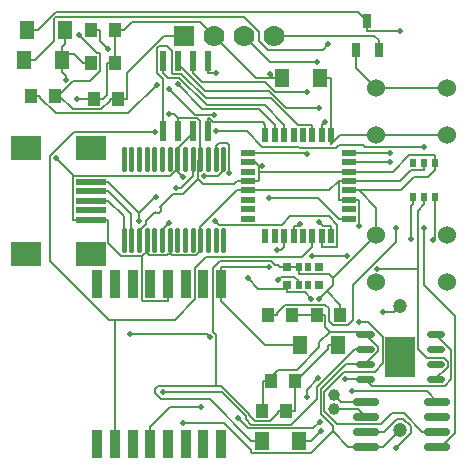
<source format=gtl>
G04 ---------------------------- Layer name :TOP LAYER*
G04 easyEDA 0.1*
G04 Scale: 100 percent, Rotated: No, Reflected: No *
G04 Dimensions in inches *
G04 leading zeros omitted , absolute positions ,2 integer and 4 * 
%FSLAX24Y24*%
%MOIN*%
G90*
G70D02*

%ADD11C,0.005980*%
%ADD12C,0.027559*%
%ADD13C,0.023622*%
%ADD14C,0.015748*%
%ADD15C,0.020079*%
%ADD16R,0.039370X0.049212*%
%ADD17R,0.029528X0.031496*%
%ADD18R,0.022835X0.031496*%
%ADD19R,0.098425X0.137790*%
%ADD20R,0.098400X0.019700*%
%ADD21R,0.098400X0.078700*%
%ADD22R,0.050000X0.022000*%
%ADD23R,0.022000X0.050000*%
%ADD24R,0.020100X0.031500*%
%ADD25R,0.020000X0.067000*%
%ADD26R,0.035433X0.094500*%
%ADD27R,0.051181X0.062992*%
%ADD28R,0.027559X0.049213*%
%ADD29C,0.039370*%
%ADD31C,0.047240*%
%ADD33C,0.060000*%
%ADD35R,0.070000X0.070000*%
%ADD36C,0.070000*%

%LPD*%
G54D11*
G01X9238Y20469D02*
G01X9238Y20346D01*
G01X9238Y20592D02*
G01X9238Y20469D01*
G01X9130Y21869D02*
G01X9023Y21763D01*
G01X8894Y21763D01*
G01X9130Y22209D02*
G01X9130Y21869D01*
G01X9635Y15400D02*
G01X10023Y15400D01*
G01X10355Y15730D01*
G01X10253Y17482D02*
G01X9873Y17101D01*
G01X9873Y16848D01*
G01X9238Y20346D02*
G01X9817Y20346D01*
G01X10025Y20138D01*
G01X8800Y28900D02*
G01X12118Y28900D01*
G01X12273Y28744D01*
G01X12273Y28407D02*
G01X12273Y28744D01*
G01X7800Y28900D02*
G01X8661Y28038D01*
G01X10226Y28038D01*
G01X9440Y22209D02*
G01X9440Y22550D01*
G01X9669Y22621D02*
G01X9598Y22550D01*
G01X9440Y22550D01*
G01X8926Y20740D02*
G01X9036Y20850D01*
G01X9469Y20850D01*
G01X9611Y20707D01*
G01X9611Y20592D01*
G01X6800Y28900D02*
G01X8200Y27500D01*
G01X8723Y27500D01*
G01X6332Y22084D02*
G01X6332Y22519D01*
G01X7553Y23740D01*
G01X7569Y23740D01*
G01X10746Y15723D02*
G01X10017Y14994D01*
G01X8040Y14994D01*
G01X8023Y15011D01*
G01X8023Y15082D01*
G01X7126Y15978D01*
G01X5769Y15978D01*
G01X11830Y17950D02*
G01X11186Y17950D01*
G01X10343Y17107D01*
G01X10343Y16280D01*
G01X10746Y15878D01*
G01X10746Y15723D01*
G01X11850Y15200D02*
G01X11268Y15200D01*
G01X10746Y15723D01*
G01X4540Y21650D02*
G01X4613Y21578D01*
G01X5236Y21578D01*
G01X5309Y21650D01*
G01X4384Y21551D02*
G01X4482Y21650D01*
G01X4540Y21650D01*
G01X4540Y21650D02*
G01X4540Y22084D01*
G01X3261Y22769D02*
G01X3261Y21984D01*
G01X3696Y21551D01*
G01X4384Y21551D01*
G01X5257Y20052D02*
G01X4417Y20052D01*
G01X4384Y20084D01*
G01X4384Y21551D01*
G01X11630Y23430D02*
G01X11630Y22544D01*
G01X11289Y23430D02*
G01X11630Y23430D01*
G01X11119Y23430D02*
G01X11289Y23430D01*
G01X11830Y18950D02*
G01X11742Y19038D01*
G01X10644Y19038D01*
G01X10644Y19038D02*
G01X10300Y18692D01*
G01X10300Y18523D01*
G01X9544Y17767D01*
G01X8930Y17767D01*
G01X8563Y17400D01*
G01X11830Y17950D02*
G01X12256Y18377D01*
G01X12256Y18523D01*
G01X11830Y18950D01*
G01X10950Y24059D02*
G01X10950Y23430D01*
G01X5309Y21650D02*
G01X5380Y21578D01*
G01X6196Y21578D01*
G01X6332Y21713D01*
G01X6332Y22084D01*
G01X5538Y24419D02*
G01X5565Y24446D01*
G01X5565Y24800D01*
G01X2115Y24217D02*
G01X5336Y24217D01*
G01X5538Y24419D01*
G01X5538Y24419D02*
G01X5765Y24192D01*
G01X7909Y23740D02*
G01X10630Y23740D01*
G01X10950Y24059D01*
G01X7740Y23740D02*
G01X7909Y23740D01*
G01X3494Y29100D02*
G01X3494Y28000D01*
G01X2807Y26800D02*
G01X2226Y26800D01*
G01X11289Y24059D02*
G01X13000Y24059D01*
G01X13361Y24421D01*
G01X13801Y24421D01*
G01X3207Y28000D02*
G01X3207Y26913D01*
G01X3092Y26800D01*
G01X7740Y23740D02*
G01X7569Y23740D01*
G01X10644Y19038D02*
G01X10493Y19190D01*
G01X10493Y19600D01*
G01X5309Y22084D02*
G01X5309Y21650D01*
G01X11119Y23430D02*
G01X10950Y23430D01*
G01X2950Y26800D02*
G01X2807Y26800D01*
G01X2950Y26800D02*
G01X3092Y26800D01*
G01X2115Y24217D02*
G01X1523Y24809D01*
G01X9069Y27500D02*
G01X8723Y27500D01*
G01X2098Y22769D02*
G01X2098Y24201D01*
G01X2115Y24217D01*
G01X8407Y16400D02*
G01X8407Y17386D01*
G01X8419Y17400D01*
G01X9394Y19600D02*
G01X10206Y19600D01*
G01X8723Y27500D02*
G01X8723Y27542D01*
G01X8651Y27615D01*
G01X13001Y15767D02*
G01X12434Y15200D01*
G01X11850Y15200D01*
G01X3494Y28000D02*
G01X3207Y28000D01*
G01X3780Y29100D02*
G01X4050Y29369D01*
G01X6330Y29369D01*
G01X6800Y28900D01*
G01X2680Y22769D02*
G01X2098Y22769D01*
G01X2971Y22769D02*
G01X2680Y22769D01*
G01X2971Y22769D02*
G01X3261Y22769D01*
G01X8563Y17400D02*
G01X8419Y17400D01*
G01X8707Y17400D02*
G01X8563Y17400D01*
G01X6100Y25719D02*
G01X6100Y25653D01*
G01X5565Y25117D01*
G01X5565Y24800D01*
G01X5257Y20613D02*
G01X5257Y20052D01*
G01X10206Y19600D02*
G01X10493Y19600D01*
G01X3494Y29100D02*
G01X3780Y29100D01*
G01X11289Y24059D02*
G01X10950Y24059D01*
G01X13801Y24669D02*
G01X13801Y24421D01*
G01X6846Y17211D02*
G01X6846Y18932D01*
G01X6761Y19015D01*
G01X6761Y21159D01*
G01X6994Y21392D01*
G01X8694Y21392D01*
G01X8823Y21263D01*
G01X8823Y21263D01*
G01X8936Y21263D01*
G01X9000Y21198D01*
G01X6846Y17211D02*
G01X7028Y17211D01*
G01X7959Y16280D01*
G01X7959Y16265D01*
G01X8161Y16063D01*
G01X8642Y16063D01*
G01X8907Y16328D01*
G01X8907Y16400D01*
G01X8030Y15400D02*
G01X6644Y16784D01*
G01X5032Y16784D01*
G01X4828Y16988D01*
G01X4828Y17115D01*
G01X4925Y17211D01*
G01X6846Y17211D01*
G01X5600Y26144D02*
G01X5469Y26275D01*
G01X5290Y26275D01*
G01X6257Y24134D02*
G01X5746Y23623D01*
G01X5407Y23623D01*
G01X4984Y23200D01*
G01X5019Y23165D01*
G01X5019Y23065D01*
G01X4950Y22996D01*
G01X4851Y22996D01*
G01X4815Y23030D01*
G01X4521Y22736D01*
G01X4521Y22638D01*
G01X4284Y22402D01*
G01X4284Y22084D01*
G01X10544Y20384D02*
G01X10297Y20138D01*
G01X10759Y20809D02*
G01X10759Y20598D01*
G01X10544Y20384D01*
G01X10544Y20384D02*
G01X10993Y19936D01*
G01X9238Y21198D02*
G01X9000Y21198D01*
G01X9611Y21198D02*
G01X9238Y21198D01*
G01X10759Y20809D02*
G01X12200Y22250D01*
G01X9611Y20952D02*
G01X10615Y20952D01*
G01X10759Y20809D01*
G01X6257Y24134D02*
G01X6430Y23961D01*
G01X7471Y23961D01*
G01X7569Y24059D01*
G01X6332Y24800D02*
G01X6257Y24725D01*
G01X6257Y24134D01*
G01X10930Y18600D02*
G01X10584Y18600D01*
G01X9494Y17359D02*
G01X10584Y18448D01*
G01X10584Y18600D01*
G01X9494Y17359D02*
G01X9494Y17319D01*
G01X9494Y17400D02*
G01X9494Y17359D01*
G01X2298Y28913D02*
G01X2875Y28336D01*
G01X2980Y28336D01*
G01X2998Y28317D01*
G01X2998Y27719D01*
G01X2661Y27382D01*
G01X2084Y27382D01*
G01X1601Y26900D01*
G01X1565Y26900D01*
G01X8292Y24546D02*
G01X8400Y24546D01*
G01X10993Y19600D02*
G01X10993Y19936D01*
G01X14171Y24917D02*
G01X13293Y24917D01*
G01X12746Y24369D01*
G01X11289Y24369D01*
G01X11630Y23740D02*
G01X12200Y23169D01*
G01X12200Y22250D01*
G01X11630Y23740D02*
G01X13023Y23740D01*
G01X13464Y24178D01*
G01X13927Y24178D01*
G01X14171Y24421D01*
G01X14561Y27150D02*
G01X12200Y27150D01*
G01X6332Y24800D02*
G01X6332Y26048D01*
G01X6236Y26144D01*
G01X5600Y26144D01*
G01X3880Y26800D02*
G01X3880Y27665D01*
G01X5115Y28900D01*
G01X5800Y28900D01*
G01X8292Y24546D02*
G01X8150Y24690D01*
G01X8292Y24369D02*
G01X8292Y24546D01*
G01X8292Y24369D02*
G01X8292Y24103D01*
G01X8250Y24059D01*
G01X10950Y24369D02*
G01X8292Y24369D01*
G01X1565Y26900D02*
G01X1636Y26900D01*
G01X1494Y26900D02*
G01X1565Y26900D01*
G01X3307Y26800D02*
G01X3307Y26728D01*
G01X3028Y26448D01*
G01X2088Y26448D01*
G01X1636Y26900D01*
G01X9480Y16400D02*
G01X9480Y17051D01*
G01X9494Y17063D01*
G01X9194Y16400D02*
G01X8907Y16400D01*
G01X8376Y15400D02*
G01X8030Y15400D01*
G01X12200Y27150D02*
G01X11526Y27823D01*
G01X11526Y28071D01*
G01X3594Y26800D02*
G01X3880Y26800D01*
G01X9494Y17232D02*
G01X9494Y17063D01*
G01X9494Y17232D02*
G01X9494Y17319D01*
G01X14171Y24669D02*
G01X14171Y24917D01*
G01X14171Y24546D02*
G01X14171Y24669D01*
G01X11526Y28407D02*
G01X11526Y28071D01*
G01X8050Y24690D02*
G01X8150Y24690D01*
G01X7909Y24059D02*
G01X7569Y24059D01*
G01X3451Y26800D02*
G01X3594Y26800D01*
G01X3451Y26800D02*
G01X3307Y26800D01*
G01X8050Y24690D02*
G01X7909Y24690D01*
G01X9194Y16400D02*
G01X9480Y16400D01*
G01X7909Y24059D02*
G01X8250Y24059D01*
G01X14171Y24546D02*
G01X14171Y24421D01*
G01X5600Y25719D02*
G01X5600Y26144D01*
G01X11289Y24369D02*
G01X10950Y24369D01*
G01X11430Y23740D02*
G01X11289Y23740D01*
G01X11430Y23740D02*
G01X11630Y23740D01*
G01X9611Y21198D02*
G01X9611Y20952D01*
G01X11850Y16700D02*
G01X11035Y16700D01*
G01X10800Y16936D01*
G01X10800Y16463D02*
G01X11585Y16463D01*
G01X11850Y16200D01*
G01X12418Y19688D02*
G01X12788Y19688D01*
G01X13000Y19900D01*
G01X11850Y15700D02*
G01X12463Y15700D01*
G01X12889Y16126D01*
G01X13102Y16126D01*
G01X13347Y15882D01*
G01X13347Y15640D01*
G01X12852Y15144D01*
G01X14230Y16700D02*
G01X13885Y17042D01*
G01X11389Y17042D01*
G01X1730Y28100D02*
G01X1730Y27694D01*
G01X1859Y27427D02*
G01X1859Y27565D01*
G01X1730Y27694D01*
G01X2563Y28000D02*
G01X2419Y28000D01*
G01X1730Y28302D02*
G01X2117Y28302D01*
G01X2419Y28000D01*
G01X1730Y28127D02*
G01X1730Y28100D01*
G01X1730Y28127D02*
G01X1730Y28155D01*
G01X2563Y28000D02*
G01X2705Y28000D01*
G01X1730Y28201D02*
G01X1730Y28302D01*
G01X1730Y28201D02*
G01X1730Y28155D01*
G01X1730Y28302D02*
G01X1730Y28505D01*
G01X1830Y29100D02*
G01X1830Y28605D01*
G01X1730Y28505D01*
G01X469Y28100D02*
G01X815Y28100D01*
G01X815Y28100D02*
G01X1444Y28728D01*
G01X1444Y29459D01*
G01X1503Y29517D01*
G01X7805Y29517D01*
G01X8300Y29023D01*
G01X8300Y28715D01*
G01X8580Y28436D01*
G01X10430Y28436D01*
G01X10600Y28605D01*
G01X14230Y15700D02*
G01X13739Y15700D01*
G01X13131Y16307D01*
G01X12728Y16307D01*
G01X12372Y15950D01*
G01X10902Y15950D01*
G01X10463Y16388D01*
G01X10463Y17030D01*
G01X11132Y17700D01*
G01X12143Y17700D01*
G01X12418Y17973D01*
G01X12418Y18865D01*
G01X11922Y19361D01*
G01X11614Y19361D01*
G01X11900Y29055D02*
G01X12973Y29055D01*
G01X13793Y22501D02*
G01X13793Y20590D01*
G01X14813Y19571D01*
G01X14813Y15646D01*
G01X14367Y15200D01*
G01X14230Y15200D01*
G01X11900Y29392D02*
G01X11900Y29055D01*
G01X915Y29100D02*
G01X1515Y29698D01*
G01X11593Y29698D01*
G01X11900Y29392D01*
G01X569Y29100D02*
G01X915Y29100D01*
G01X8621Y23488D02*
G01X10261Y23488D01*
G01X10950Y22800D01*
G01X11289Y22800D02*
G01X10950Y22800D01*
G01X6655Y18853D02*
G01X6546Y18961D01*
G01X4005Y18961D01*
G01X10059Y21563D02*
G01X11231Y21563D01*
G01X13589Y21138D02*
G01X13589Y23071D01*
G01X13801Y23282D01*
G01X14169Y17450D02*
G01X14573Y17853D01*
G01X14573Y18034D01*
G01X14451Y18157D01*
G01X13888Y18157D01*
G01X13589Y18455D01*
G01X13589Y21138D01*
G01X12226Y21138D02*
G01X13589Y21138D01*
G01X13801Y23528D02*
G01X13801Y23282D01*
G01X7596Y16142D02*
G01X7936Y15805D01*
G01X10088Y15805D01*
G01X10318Y16034D01*
G01X11830Y17450D02*
G01X11156Y17450D01*
G01X14169Y18950D02*
G01X14693Y18426D01*
G01X14693Y17448D01*
G01X14478Y17234D01*
G01X12046Y17234D01*
G01X11830Y17450D01*
G01X11830Y18450D02*
G01X11490Y18450D01*
G01X10223Y17182D01*
G01X10223Y17182D01*
G01X10223Y16794D01*
G01X9367Y15938D01*
G01X8021Y15938D01*
G01X7840Y16117D01*
G01X7840Y16230D01*
G01X7048Y17021D01*
G01X5073Y17021D01*
G01X5053Y22084D02*
G01X5053Y22438D01*
G01X5276Y22661D01*
G01X4298Y22992D02*
G01X4298Y22721D01*
G01X3261Y24028D02*
G01X4298Y22992D01*
G01X4298Y22992D02*
G01X4834Y23530D01*
G01X4846Y23530D01*
G01X2680Y24028D02*
G01X3261Y24028D01*
G01X3773Y22084D02*
G01X3773Y22886D01*
G01X3261Y23398D01*
G01X2680Y23398D02*
G01X3261Y23398D01*
G01X4030Y22084D02*
G01X4030Y22942D01*
G01X3261Y23709D01*
G01X2680Y23709D02*
G01X3261Y23709D01*
G01X3486Y19426D02*
G01X5492Y19426D01*
G01X6171Y20105D01*
G01X6171Y21167D01*
G01X6515Y21511D01*
G01X9711Y21511D01*
G01X10069Y21869D01*
G01X3486Y19426D02*
G01X3303Y19426D01*
G01X1323Y21403D01*
G01X1323Y24902D01*
G01X2117Y25696D01*
G01X4830Y25696D01*
G01X3486Y19426D02*
G01X3486Y15861D01*
G01X3486Y15300D02*
G01X3486Y15861D01*
G01X10069Y22209D02*
G01X10069Y21869D01*
G01X7100Y24800D02*
G01X7100Y24401D01*
G01X6932Y24234D01*
G01X6465Y24234D01*
G01X7290Y24311D02*
G01X7290Y25257D01*
G01X7230Y25315D01*
G01X6953Y25315D01*
G01X6844Y25207D01*
G01X6844Y24800D01*
G01X6811Y22728D02*
G01X6940Y22600D01*
G01X9051Y22600D01*
G01X9328Y22876D01*
G01X10618Y22876D01*
G01X10901Y22594D01*
G01X10901Y21890D01*
G01X10881Y21869D01*
G01X10389Y21869D01*
G01X6076Y24800D02*
G01X6076Y24211D01*
G01X5690Y23826D01*
G01X5507Y23826D01*
G01X5507Y23826D01*
G01X10389Y22209D02*
G01X10389Y21869D01*
G01X4667Y15861D02*
G01X5338Y16532D01*
G01X6357Y16532D01*
G01X4667Y15300D02*
G01X4667Y15861D01*
G01X11289Y24690D02*
G01X12664Y24690D01*
G01X8892Y19600D02*
G01X8892Y19671D01*
G01X9157Y19936D01*
G01X10493Y19936D01*
G01X10613Y19815D01*
G01X10613Y19402D01*
G01X10751Y19263D01*
G01X11248Y19263D01*
G01X11418Y19434D01*
G01X11418Y20601D01*
G01X12853Y22036D01*
G01X12853Y22501D01*
G01X8605Y19600D02*
G01X8892Y19600D01*
G01X11630Y25000D02*
G01X11635Y24994D01*
G01X12664Y24994D01*
G01X11289Y25000D02*
G01X11630Y25000D01*
G01X10700Y25930D02*
G01X10700Y27476D01*
G01X10676Y27500D01*
G01X10700Y25300D02*
G01X10975Y25575D01*
G01X12200Y25575D01*
G01X10700Y25590D02*
G01X10700Y25300D01*
G01X14561Y25575D02*
G01X12200Y25575D01*
G01X10700Y25590D02*
G01X10700Y25930D01*
G01X10330Y27500D02*
G01X10676Y27500D01*
G01X10485Y26025D02*
G01X10389Y25930D01*
G01X10389Y25590D02*
G01X10389Y25930D01*
G01X10069Y25930D02*
G01X9580Y25930D01*
G01X8680Y26828D01*
G01X6513Y26828D01*
G01X5703Y27638D01*
G01X5411Y27638D01*
G01X5392Y27655D01*
G01X5392Y28380D01*
G01X5232Y28542D01*
G01X4950Y28542D01*
G01X4898Y28490D01*
G01X4898Y27655D01*
G01X5100Y27453D01*
G01X5100Y26144D01*
G01X10069Y25590D02*
G01X10069Y25930D01*
G01X5100Y25719D02*
G01X5100Y26144D01*
G01X5100Y27644D02*
G01X5242Y27502D01*
G01X5628Y27502D01*
G01X6550Y26580D01*
G01X8480Y26580D01*
G01X9130Y25930D01*
G01X9130Y25590D02*
G01X9130Y25930D01*
G01X5100Y28069D02*
G01X5100Y27644D01*
G01X5582Y27276D02*
G01X6398Y26459D01*
G01X8278Y26459D01*
G01X8809Y25930D01*
G01X6600Y27644D02*
G01X6846Y27644D01*
G01X6600Y28069D02*
G01X6600Y27644D01*
G01X8809Y25590D02*
G01X8809Y25930D01*
G01X8500Y25930D02*
G01X8413Y26017D01*
G01X6763Y26017D01*
G01X6690Y26090D01*
G01X6678Y26090D01*
G01X6623Y26144D01*
G01X6600Y26144D01*
G01X6600Y25719D02*
G01X6600Y26144D01*
G01X8500Y25590D02*
G01X8500Y25930D01*
G01X6100Y27644D02*
G01X6394Y27350D01*
G01X8498Y27350D01*
G01X8815Y27032D01*
G01X9893Y27032D01*
G01X7909Y25000D02*
G01X9856Y25000D01*
G01X9893Y24963D01*
G01X6100Y28069D02*
G01X6100Y27644D01*
G01X10289Y26484D02*
G01X9194Y26484D01*
G01X8615Y27063D01*
G01X6505Y27063D01*
G01X5600Y27969D01*
G01X5600Y28069D01*
G01X10700Y22550D02*
G01X10418Y22550D01*
G01X10289Y22678D01*
G01X10700Y22209D02*
G01X10700Y22550D01*
G01X13363Y22111D02*
G01X13363Y23215D01*
G01X13431Y23282D01*
G01X13431Y23528D02*
G01X13431Y23282D01*
G01X14171Y23528D02*
G01X14171Y22167D01*
G01X14093Y22090D01*
G01X7028Y20613D02*
G01X7028Y21177D01*
G01X7028Y21177D02*
G01X8590Y21177D01*
G01X8615Y21202D01*
G01X7028Y20455D02*
G01X7028Y20613D01*
G01X9496Y18600D02*
G01X8480Y18600D01*
G01X7028Y20052D01*
G01X9669Y18600D02*
G01X9496Y18600D01*
G01X7028Y20455D02*
G01X7028Y20052D01*
G01X2707Y29100D02*
G01X2992Y29100D01*
G01X2992Y29100D02*
G01X2992Y28723D01*
G01X3246Y28469D01*
G01X992Y26900D02*
G01X992Y26828D01*
G01X1511Y26309D01*
G01X3936Y26309D01*
G01X4880Y27255D01*
G01X6780Y26269D02*
G01X6161Y26269D01*
G01X5303Y27127D01*
G01X707Y26900D02*
G01X992Y26900D01*
G01X6865Y25728D02*
G01X7875Y25728D01*
G01X8400Y25200D01*
G01X10856Y25155D01*
G01X10946Y25246D01*
G01X11764Y25246D01*
G01X11825Y25184D01*
G01X13781Y25184D01*
G01X9238Y20469D02*
G01X8269Y20469D01*
G01X7909Y20830D01*
G54D12*
G01X11554Y16700D02*
G01X12145Y16700D01*
G01X11554Y16200D02*
G01X12145Y16200D01*
G01X11554Y15700D02*
G01X12145Y15700D01*
G01X11554Y15200D02*
G01X12145Y15200D01*
G01X13934Y16700D02*
G01X14525Y16700D01*
G01X13934Y16200D02*
G01X14525Y16200D01*
G01X13934Y15700D02*
G01X14525Y15700D01*
G01X13934Y15200D02*
G01X14525Y15200D01*
G54D13*
G01X13973Y17450D02*
G01X14366Y17450D01*
G01X13973Y17950D02*
G01X14366Y17950D01*
G01X13973Y18450D02*
G01X14366Y18450D01*
G01X13973Y18950D02*
G01X14366Y18950D01*
G01X11633Y17450D02*
G01X12026Y17450D01*
G01X11633Y17950D02*
G01X12026Y17950D01*
G01X11633Y18450D02*
G01X12026Y18450D01*
G01X11633Y18950D02*
G01X12026Y18950D01*
G54D14*
G01X7100Y25134D02*
G01X7100Y24465D01*
G01X6844Y25134D02*
G01X6844Y24465D01*
G01X6588Y25134D02*
G01X6588Y24465D01*
G01X6332Y25134D02*
G01X6332Y24465D01*
G01X6076Y25134D02*
G01X6076Y24465D01*
G01X5821Y25134D02*
G01X5821Y24465D01*
G01X5565Y25134D02*
G01X5565Y24465D01*
G01X5309Y25134D02*
G01X5309Y24465D01*
G01X5053Y25134D02*
G01X5053Y24465D01*
G01X4796Y25134D02*
G01X4796Y24465D01*
G01X4540Y25134D02*
G01X4540Y24465D01*
G01X4284Y25134D02*
G01X4284Y24465D01*
G01X4030Y25134D02*
G01X4030Y24465D01*
G01X3773Y25134D02*
G01X3773Y24465D01*
G01X7100Y22418D02*
G01X7100Y21749D01*
G01X6844Y22418D02*
G01X6844Y21749D01*
G01X6588Y22418D02*
G01X6588Y21749D01*
G01X6332Y22418D02*
G01X6332Y21749D01*
G01X6076Y22418D02*
G01X6076Y21749D01*
G01X5821Y22418D02*
G01X5821Y21749D01*
G01X5565Y22418D02*
G01X5565Y21749D01*
G01X5309Y22418D02*
G01X5309Y21749D01*
G01X5053Y22418D02*
G01X5053Y21749D01*
G01X4796Y22418D02*
G01X4796Y21749D01*
G01X4540Y22418D02*
G01X4540Y21749D01*
G01X4284Y22418D02*
G01X4284Y21749D01*
G01X4030Y22418D02*
G01X4030Y21749D01*
G01X3773Y22418D02*
G01X3773Y21749D01*
G54D16*
G01X8705Y17400D03*
G01X9494Y17400D03*
G01X8405Y16400D03*
G01X9194Y16400D03*
G54D17*
G01X10300Y21200D03*
G01X10300Y20594D03*
G54D18*
G01X9926Y21200D03*
G01X9926Y20594D03*
G01X9611Y21200D03*
G01X9611Y20594D03*
G54D17*
G01X9238Y21200D03*
G01X9238Y20594D03*
G54D16*
G01X3494Y28000D03*
G01X2705Y28000D03*
G01X2805Y26800D03*
G01X3594Y26800D03*
G54D19*
G01X13000Y18200D03*
G54D20*
G01X2680Y23400D03*
G01X2680Y23709D03*
G01X2680Y22769D03*
G01X2680Y23090D03*
G54D21*
G01X519Y21630D03*
G01X519Y25169D03*
G01X2680Y21630D03*
G01X2680Y25169D03*
G54D20*
G01X2680Y24030D03*
G54D22*
G01X11289Y22800D03*
G01X11289Y23109D03*
G01X11289Y23430D03*
G01X11289Y23740D03*
G01X11289Y24059D03*
G01X11289Y24369D03*
G01X11289Y24690D03*
G01X11289Y25000D03*
G54D23*
G01X10700Y25590D03*
G01X10389Y25590D03*
G01X10069Y25590D03*
G01X9760Y25590D03*
G01X9440Y25590D03*
G01X9130Y25590D03*
G01X8809Y25590D03*
G01X8500Y25590D03*
G54D22*
G01X7909Y25000D03*
G01X7909Y24690D03*
G01X7909Y24369D03*
G01X7909Y24059D03*
G01X7909Y23740D03*
G01X7909Y23430D03*
G01X7909Y23109D03*
G01X7909Y22800D03*
G54D23*
G01X8500Y22209D03*
G01X8809Y22209D03*
G01X9130Y22209D03*
G01X9440Y22209D03*
G01X9760Y22209D03*
G01X10069Y22209D03*
G01X10389Y22209D03*
G01X10700Y22209D03*
G54D16*
G01X9394Y19600D03*
G01X8605Y19600D03*
G54D24*
G01X13430Y23530D03*
G01X13800Y23530D03*
G01X14169Y23530D03*
G01X14169Y24669D03*
G01X13800Y24669D03*
G01X13430Y24669D03*
G54D16*
G01X10206Y19600D03*
G01X10993Y19600D03*
G54D25*
G01X6600Y28069D03*
G01X6100Y28069D03*
G01X5600Y28069D03*
G01X5100Y28069D03*
G01X5100Y25719D03*
G01X5600Y25719D03*
G01X6100Y25719D03*
G01X6600Y25719D03*
G54D26*
G01X2894Y15300D03*
G01X3486Y15300D03*
G01X4076Y15300D03*
G01X4667Y15300D03*
G01X5257Y15300D03*
G01X5848Y15300D03*
G01X6438Y15300D03*
G01X7028Y15300D03*
G01X2894Y20615D03*
G01X3486Y20615D03*
G01X4076Y20615D03*
G01X4667Y20615D03*
G01X5257Y20615D03*
G01X5848Y20615D03*
G01X6438Y20615D03*
G01X7028Y20615D03*
G54D16*
G01X705Y26900D03*
G01X1494Y26900D03*
G01X2705Y29100D03*
G01X3494Y29100D03*
G54D27*
G01X9669Y18600D03*
G01X10930Y18600D03*
G01X469Y28100D03*
G01X1730Y28100D03*
G54D28*
G01X11900Y29392D03*
G01X12273Y28407D03*
G01X11526Y28407D03*
G54D27*
G01X8376Y15400D03*
G01X9635Y15400D03*
G01X569Y29100D03*
G01X1830Y29100D03*
G01X9069Y27500D03*
G01X10330Y27500D03*
G54D29*
G01X10800Y16936D03*
G01X10800Y16463D03*
G54D31*
G01X13000Y19900D03*
G01X13001Y15767D03*
G54D33*
G01X14561Y27150D03*
G01X12200Y27150D03*
G01X14561Y25575D03*
G01X12200Y25575D03*
G01X14561Y22250D03*
G01X12200Y22250D03*
G01X14561Y20675D03*
G01X12200Y20675D03*
G54D35*
G01X5800Y28900D03*
G54D36*
G01X6800Y28900D03*
G01X7800Y28900D03*
G01X8800Y28900D03*
G54D15*
G01X7909Y20830D03*
G01X8894Y21763D03*
G01X10355Y15730D03*
G01X9873Y16848D03*
G01X10253Y17482D03*
G01X10025Y20138D03*
G01X10226Y28038D03*
G01X9669Y22621D03*
G01X8926Y20740D03*
G01X11630Y22544D03*
G01X5765Y24192D03*
G01X2226Y26800D03*
G01X5769Y15978D03*
G01X1523Y24809D03*
G01X8651Y27615D03*
G01X10297Y20138D03*
G01X5290Y26275D03*
G01X8400Y24546D03*
G01X2298Y28913D03*
G01X12418Y19688D03*
G01X12852Y15144D03*
G01X1859Y27427D03*
G01X11389Y17042D03*
G01X10600Y28605D03*
G01X11614Y19361D03*
G01X12973Y29055D03*
G01X13793Y22501D03*
G01X8621Y23488D03*
G01X12226Y21138D03*
G01X11231Y21563D03*
G01X10059Y21563D03*
G01X6655Y18853D03*
G01X4005Y18961D03*
G01X11156Y17450D03*
G01X10318Y16034D03*
G01X7596Y16142D03*
G01X5073Y17021D03*
G01X5276Y22661D03*
G01X4846Y23530D03*
G01X4298Y22721D03*
G01X6465Y24234D03*
G01X4830Y25696D03*
G01X7290Y24311D03*
G01X6811Y22728D03*
G01X6357Y16532D03*
G01X5507Y23826D03*
G01X12664Y24690D03*
G01X12853Y22501D03*
G01X12664Y24994D03*
G01X10485Y26025D03*
G01X5582Y27276D03*
G01X6846Y27644D03*
G01X9893Y27032D03*
G01X9893Y24963D03*
G01X10289Y22678D03*
G01X10289Y26484D03*
G01X13363Y22111D03*
G01X14093Y22090D03*
G01X8615Y21202D03*
G01X3246Y28469D03*
G01X6780Y26269D03*
G01X5303Y27127D03*
G01X4880Y27255D03*
G01X6865Y25728D03*
G01X13781Y25184D03*
G54D29*
G01X10800Y16936D03*
G01X10800Y16463D03*
G54D31*
G01X13000Y19900D03*
G01X13001Y15767D03*
G54D33*
G01X14561Y27150D03*
G01X12200Y27150D03*
G01X14561Y25575D03*
G01X12200Y25575D03*
G01X14561Y22250D03*
G01X12200Y22250D03*
G01X14561Y20675D03*
G01X12200Y20675D03*
G54D35*
G01X5800Y28900D03*
G54D36*
G01X6800Y28900D03*
G01X7800Y28900D03*
G01X8800Y28900D03*

M00*
M02*
</source>
